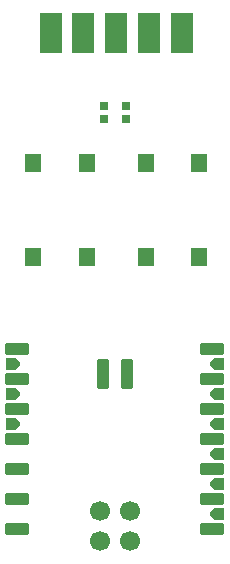
<source format=gbr>
G04 #@! TF.GenerationSoftware,KiCad,Pcbnew,9.0.2*
G04 #@! TF.CreationDate,2025-08-14T17:01:52+02:00*
G04 #@! TF.ProjectId,blue2joy,626c7565-326a-46f7-992e-6b696361645f,rev?*
G04 #@! TF.SameCoordinates,Original*
G04 #@! TF.FileFunction,Paste,Top*
G04 #@! TF.FilePolarity,Positive*
%FSLAX46Y46*%
G04 Gerber Fmt 4.6, Leading zero omitted, Abs format (unit mm)*
G04 Created by KiCad (PCBNEW 9.0.2) date 2025-08-14 17:01:52*
%MOMM*%
%LPD*%
G01*
G04 APERTURE LIST*
G04 Aperture macros list*
%AMRoundRect*
0 Rectangle with rounded corners*
0 $1 Rounding radius*
0 $2 $3 $4 $5 $6 $7 $8 $9 X,Y pos of 4 corners*
0 Add a 4 corners polygon primitive as box body*
4,1,4,$2,$3,$4,$5,$6,$7,$8,$9,$2,$3,0*
0 Add four circle primitives for the rounded corners*
1,1,$1+$1,$2,$3*
1,1,$1+$1,$4,$5*
1,1,$1+$1,$6,$7*
1,1,$1+$1,$8,$9*
0 Add four rect primitives between the rounded corners*
20,1,$1+$1,$2,$3,$4,$5,0*
20,1,$1+$1,$4,$5,$6,$7,0*
20,1,$1+$1,$6,$7,$8,$9,0*
20,1,$1+$1,$8,$9,$2,$3,0*%
%AMFreePoly0*
4,1,15,-0.616000,0.142500,-0.283500,0.475000,0.521000,0.475000,0.557355,0.467769,0.588175,0.447175,0.608769,0.416355,0.616000,0.380000,0.616000,-0.380000,0.608769,-0.416355,0.588175,-0.447175,0.557355,-0.467769,0.521000,-0.475000,-0.283500,-0.475000,-0.616000,-0.142500,-0.616000,0.142500,-0.616000,0.142500,$1*%
G04 Aperture macros list end*
%ADD10R,1.846667X3.480000*%
%ADD11R,1.400000X1.600000*%
%ADD12R,0.700000X0.700000*%
%ADD13RoundRect,0.095000X-0.921000X-0.380000X0.921000X-0.380000X0.921000X0.380000X-0.921000X0.380000X0*%
%ADD14RoundRect,0.095000X0.921000X0.380000X-0.921000X0.380000X-0.921000X-0.380000X0.921000X-0.380000X0*%
%ADD15FreePoly0,0.000000*%
%ADD16FreePoly0,180.000000*%
%ADD17C,1.700000*%
%ADD18RoundRect,0.110000X0.440000X-1.140000X0.440000X1.140000X-0.440000X1.140000X-0.440000X-1.140000X0*%
G04 APERTURE END LIST*
D10*
X-5540000Y254000D03*
X-2770000Y254000D03*
X0Y254000D03*
X2770000Y254000D03*
X5540000Y254000D03*
D11*
X-7000000Y-18696000D03*
X-7000000Y-10696000D03*
X-2500000Y-18696000D03*
X-2500000Y-10696000D03*
D12*
X-1016000Y-5885000D03*
X-1016000Y-6985000D03*
X814000Y-6985000D03*
X814000Y-5885000D03*
D11*
X2500000Y-18696000D03*
X2500000Y-10696000D03*
X7000000Y-18696000D03*
X7000000Y-10696000D03*
D13*
X8161500Y-41727823D03*
X8161500Y-39187823D03*
X8161500Y-36647823D03*
X8161500Y-34107823D03*
X8161500Y-31567823D03*
X8161500Y-29027823D03*
X8161500Y-26487823D03*
D14*
X-8348500Y-26487823D03*
X-8348500Y-29027823D03*
X-8348500Y-31567823D03*
X-8348500Y-34107823D03*
X-8348500Y-36647823D03*
X-8348500Y-39187823D03*
X-8348500Y-41727823D03*
D15*
X8561500Y-40457823D03*
X8561500Y-37917823D03*
X8561500Y-35377823D03*
X8561500Y-32837823D03*
X8561500Y-30297823D03*
X8561500Y-27757823D03*
D16*
X-8748500Y-27757823D03*
X-8748500Y-30297823D03*
X-8748500Y-32837823D03*
D17*
X1176500Y-42680323D03*
X-1363500Y-42680323D03*
X1176500Y-40140323D03*
X-1363500Y-40140323D03*
D18*
X900488Y-28590000D03*
X-1099512Y-28590000D03*
M02*

</source>
